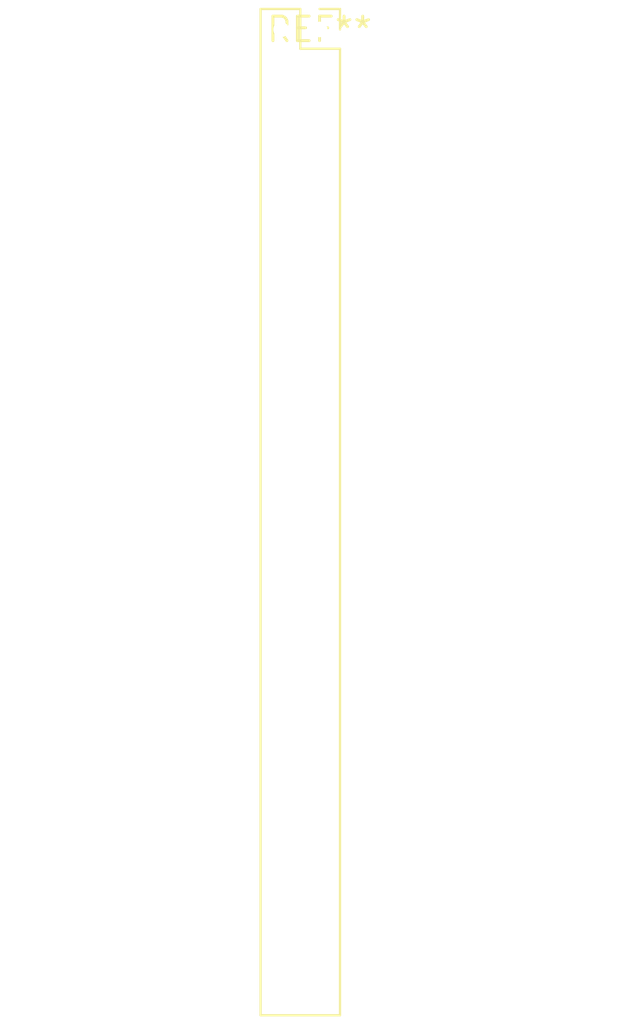
<source format=kicad_pcb>
(kicad_pcb (version 20240108) (generator pcbnew)
  (layers (0 "F.Cu" signal) (31 "B.Cu" signal) (34 "B.Paste" user) (35 "F.Paste" user) (36 "B.SilkS" user "B.Silkscreen") (37 "F.SilkS" user "F.Silkscreen") (38 "B.Mask" user) (39 "F.Mask" user) (44 "Edge.Cuts" user))
  (net 0 "")
  (footprint "PinSocket_2x26_P2.00mm_Vertical" (layer "F.Cu") (at 0 0)
    (property "Reference" "REF**")
    (property "Value" "PinSocket_2x26_P2.00mm_Vertical")
    (fp_line (start -3.06 -1.06) (end -3.06 51.06) (layer "F.SilkS") (stroke (width 0.12)))
    (fp_line (start -3.06 -1.06) (end -1 -1.06) (layer "F.SilkS") (stroke (width 0.12)))
    (fp_line (start -3.06 51.06) (end 1.06 51.06) (layer "F.SilkS") (stroke (width 0.12)))
    (fp_line (start -1 -1.06) (end -1 1) (layer "F.SilkS") (stroke (width 0.12)))
    (fp_line (start -1 1) (end 1.06 1) (layer "F.SilkS") (stroke (width 0.12)))
    (fp_line (start 0 -1.06) (end 1.06 -1.06) (layer "F.SilkS") (stroke (width 0.12)))
    (fp_line (start 1.06 -1.06) (end 1.06 0) (layer "F.SilkS") (stroke (width 0.12)))
    (fp_line (start 1.06 1) (end 1.06 51.06) (layer "F.SilkS") (stroke (width 0.12)))
    (pad "1" thru_hole rect (at 0 0) (size 1.35 1.35) (drill 0.8) (layers *.Cu *.Mask) (remove_unused_layers))
    (pad "2" thru_hole oval (at -2 0) (size 1.35 1.35) (drill 0.8) (layers *.Cu *.Mask) (remove_unused_layers))
    (pad "3" thru_hole oval (at 0 2) (size 1.35 1.35) (drill 0.8) (layers *.Cu *.Mask) (remove_unused_layers))
    (pad "4" thru_hole oval (at -2 2) (size 1.35 1.35) (drill 0.8) (layers *.Cu *.Mask) (remove_unused_layers))
    (pad "5" thru_hole oval (at 0 4) (size 1.35 1.35) (drill 0.8) (layers *.Cu *.Mask) (remove_unused_layers))
    (pad "6" thru_hole oval (at -2 4) (size 1.35 1.35) (drill 0.8) (layers *.Cu *.Mask) (remove_unused_layers))
    (pad "7" thru_hole oval (at 0 6) (size 1.35 1.35) (drill 0.8) (layers *.Cu *.Mask) (remove_unused_layers))
    (pad "8" thru_hole oval (at -2 6) (size 1.35 1.35) (drill 0.8) (layers *.Cu *.Mask) (remove_unused_layers))
    (pad "9" thru_hole oval (at 0 8) (size 1.35 1.35) (drill 0.8) (layers *.Cu *.Mask) (remove_unused_layers))
    (pad "10" thru_hole oval (at -2 8) (size 1.35 1.35) (drill 0.8) (layers *.Cu *.Mask) (remove_unused_layers))
    (pad "11" thru_hole oval (at 0 10) (size 1.35 1.35) (drill 0.8) (layers *.Cu *.Mask) (remove_unused_layers))
    (pad "12" thru_hole oval (at -2 10) (size 1.35 1.35) (drill 0.8) (layers *.Cu *.Mask) (remove_unused_layers))
    (pad "13" thru_hole oval (at 0 12) (size 1.35 1.35) (drill 0.8) (layers *.Cu *.Mask) (remove_unused_layers))
    (pad "14" thru_hole oval (at -2 12) (size 1.35 1.35) (drill 0.8) (layers *.Cu *.Mask) (remove_unused_layers))
    (pad "15" thru_hole oval (at 0 14) (size 1.35 1.35) (drill 0.8) (layers *.Cu *.Mask) (remove_unused_layers))
    (pad "16" thru_hole oval (at -2 14) (size 1.35 1.35) (drill 0.8) (layers *.Cu *.Mask) (remove_unused_layers))
    (pad "17" thru_hole oval (at 0 16) (size 1.35 1.35) (drill 0.8) (layers *.Cu *.Mask) (remove_unused_layers))
    (pad "18" thru_hole oval (at -2 16) (size 1.35 1.35) (drill 0.8) (layers *.Cu *.Mask) (remove_unused_layers))
    (pad "19" thru_hole oval (at 0 18) (size 1.35 1.35) (drill 0.8) (layers *.Cu *.Mask) (remove_unused_layers))
    (pad "20" thru_hole oval (at -2 18) (size 1.35 1.35) (drill 0.8) (layers *.Cu *.Mask) (remove_unused_layers))
    (pad "21" thru_hole oval (at 0 20) (size 1.35 1.35) (drill 0.8) (layers *.Cu *.Mask) (remove_unused_layers))
    (pad "22" thru_hole oval (at -2 20) (size 1.35 1.35) (drill 0.8) (layers *.Cu *.Mask) (remove_unused_layers))
    (pad "23" thru_hole oval (at 0 22) (size 1.35 1.35) (drill 0.8) (layers *.Cu *.Mask) (remove_unused_layers))
    (pad "24" thru_hole oval (at -2 22) (size 1.35 1.35) (drill 0.8) (layers *.Cu *.Mask) (remove_unused_layers))
    (pad "25" thru_hole oval (at 0 24) (size 1.35 1.35) (drill 0.8) (layers *.Cu *.Mask) (remove_unused_layers))
    (pad "26" thru_hole oval (at -2 24) (size 1.35 1.35) (drill 0.8) (layers *.Cu *.Mask) (remove_unused_layers))
    (pad "27" thru_hole oval (at 0 26) (size 1.35 1.35) (drill 0.8) (layers *.Cu *.Mask) (remove_unused_layers))
    (pad "28" thru_hole oval (at -2 26) (size 1.35 1.35) (drill 0.8) (layers *.Cu *.Mask) (remove_unused_layers))
    (pad "29" thru_hole oval (at 0 28) (size 1.35 1.35) (drill 0.8) (layers *.Cu *.Mask) (remove_unused_layers))
    (pad "30" thru_hole oval (at -2 28) (size 1.35 1.35) (drill 0.8) (layers *.Cu *.Mask) (remove_unused_layers))
    (pad "31" thru_hole oval (at 0 30) (size 1.35 1.35) (drill 0.8) (layers *.Cu *.Mask) (remove_unused_layers))
    (pad "32" thru_hole oval (at -2 30) (size 1.35 1.35) (drill 0.8) (layers *.Cu *.Mask) (remove_unused_layers))
    (pad "33" thru_hole oval (at 0 32) (size 1.35 1.35) (drill 0.8) (layers *.Cu *.Mask) (remove_unused_layers))
    (pad "34" thru_hole oval (at -2 32) (size 1.35 1.35) (drill 0.8) (layers *.Cu *.Mask) (remove_unused_layers))
    (pad "35" thru_hole oval (at 0 34) (size 1.35 1.35) (drill 0.8) (layers *.Cu *.Mask) (remove_unused_layers))
    (pad "36" thru_hole oval (at -2 34) (size 1.35 1.35) (drill 0.8) (layers *.Cu *.Mask) (remove_unused_layers))
    (pad "37" thru_hole oval (at 0 36) (size 1.35 1.35) (drill 0.8) (layers *.Cu *.Mask) (remove_unused_layers))
    (pad "38" thru_hole oval (at -2 36) (size 1.35 1.35) (drill 0.8) (layers *.Cu *.Mask) (remove_unused_layers))
    (pad "39" thru_hole oval (at 0 38) (size 1.35 1.35) (drill 0.8) (layers *.Cu *.Mask) (remove_unused_layers))
    (pad "40" thru_hole oval (at -2 38) (size 1.35 1.35) (drill 0.8) (layers *.Cu *.Mask) (remove_unused_layers))
    (pad "41" thru_hole oval (at 0 40) (size 1.35 1.35) (drill 0.8) (layers *.Cu *.Mask) (remove_unused_layers))
    (pad "42" thru_hole oval (at -2 40) (size 1.35 1.35) (drill 0.8) (layers *.Cu *.Mask) (remove_unused_layers))
    (pad "43" thru_hole oval (at 0 42) (size 1.35 1.35) (drill 0.8) (layers *.Cu *.Mask) (remove_unused_layers))
    (pad "44" thru_hole oval (at -2 42) (size 1.35 1.35) (drill 0.8) (layers *.Cu *.Mask) (remove_unused_layers))
    (pad "45" thru_hole oval (at 0 44) (size 1.35 1.35) (drill 0.8) (layers *.Cu *.Mask) (remove_unused_layers))
    (pad "46" thru_hole oval (at -2 44) (size 1.35 1.35) (drill 0.8) (layers *.Cu *.Mask) (remove_unused_layers))
    (pad "47" thru_hole oval (at 0 46) (size 1.35 1.35) (drill 0.8) (layers *.Cu *.Mask) (remove_unused_layers))
    (pad "48" thru_hole oval (at -2 46) (size 1.35 1.35) (drill 0.8) (layers *.Cu *.Mask) (remove_unused_layers))
    (pad "49" thru_hole oval (at 0 48) (size 1.35 1.35) (drill 0.8) (layers *.Cu *.Mask) (remove_unused_layers))
    (pad "50" thru_hole oval (at -2 48) (size 1.35 1.35) (drill 0.8) (layers *.Cu *.Mask) (remove_unused_layers))
    (pad "51" thru_hole oval (at 0 50) (size 1.35 1.35) (drill 0.8) (layers *.Cu *.Mask) (remove_unused_layers))
    (pad "52" thru_hole oval (at -2 50) (size 1.35 1.35) (drill 0.8) (layers *.Cu *.Mask) (remove_unused_layers))
  )
)
</source>
